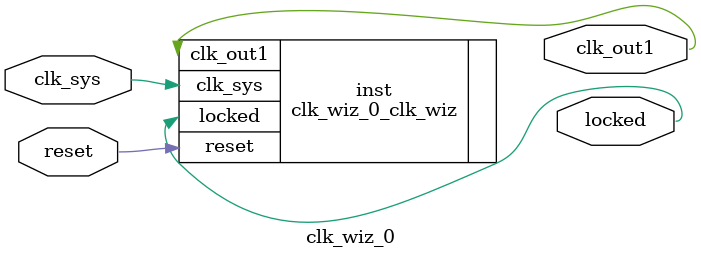
<source format=v>


`timescale 1ps/1ps

(* CORE_GENERATION_INFO = "clk_wiz_0,clk_wiz_v6_0_3_0_0,{component_name=clk_wiz_0,use_phase_alignment=true,use_min_o_jitter=false,use_max_i_jitter=false,use_dyn_phase_shift=false,use_inclk_switchover=false,use_dyn_reconfig=false,enable_axi=0,feedback_source=FDBK_AUTO,PRIMITIVE=PLL,num_out_clk=1,clkin1_period=10.000,clkin2_period=10.000,use_power_down=false,use_reset=true,use_locked=true,use_inclk_stopped=false,feedback_type=SINGLE,CLOCK_MGR_TYPE=NA,manual_override=false}" *)

module clk_wiz_0 
 (
  // Clock out ports
  output        clk_out1,
  // Status and control signals
  input         reset,
  output        locked,
 // Clock in ports
  input         clk_sys
 );

  clk_wiz_0_clk_wiz inst
  (
  // Clock out ports  
  .clk_out1(clk_out1),
  // Status and control signals               
  .reset(reset), 
  .locked(locked),
 // Clock in ports
  .clk_sys(clk_sys)
  );

endmodule

</source>
